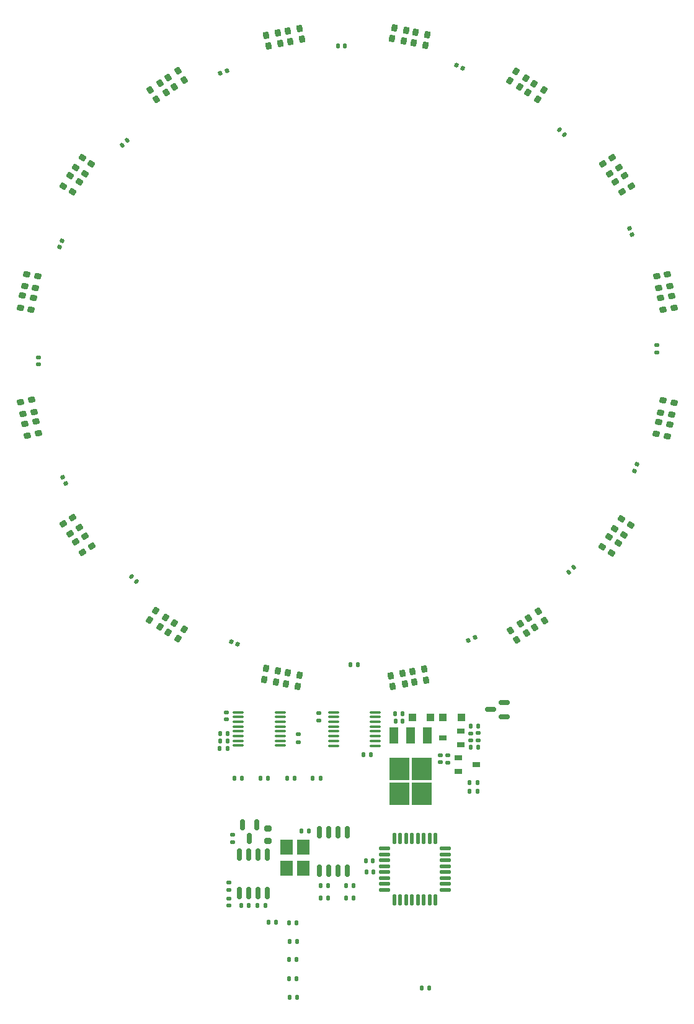
<source format=gbr>
%TF.GenerationSoftware,KiCad,Pcbnew,(6.0.11)*%
%TF.CreationDate,2024-02-10T16:44:09+09:00*%
%TF.ProjectId,IR,49522e6b-6963-4616-945f-706362585858,rev?*%
%TF.SameCoordinates,Original*%
%TF.FileFunction,Paste,Bot*%
%TF.FilePolarity,Positive*%
%FSLAX46Y46*%
G04 Gerber Fmt 4.6, Leading zero omitted, Abs format (unit mm)*
G04 Created by KiCad (PCBNEW (6.0.11)) date 2024-02-10 16:44:09*
%MOMM*%
%LPD*%
G01*
G04 APERTURE LIST*
G04 Aperture macros list*
%AMRoundRect*
0 Rectangle with rounded corners*
0 $1 Rounding radius*
0 $2 $3 $4 $5 $6 $7 $8 $9 X,Y pos of 4 corners*
0 Add a 4 corners polygon primitive as box body*
4,1,4,$2,$3,$4,$5,$6,$7,$8,$9,$2,$3,0*
0 Add four circle primitives for the rounded corners*
1,1,$1+$1,$2,$3*
1,1,$1+$1,$4,$5*
1,1,$1+$1,$6,$7*
1,1,$1+$1,$8,$9*
0 Add four rect primitives between the rounded corners*
20,1,$1+$1,$2,$3,$4,$5,0*
20,1,$1+$1,$4,$5,$6,$7,0*
20,1,$1+$1,$6,$7,$8,$9,0*
20,1,$1+$1,$8,$9,$2,$3,0*%
G04 Aperture macros list end*
%ADD10RoundRect,0.140000X0.219203X0.021213X0.021213X0.219203X-0.219203X-0.021213X-0.021213X-0.219203X0*%
%ADD11RoundRect,0.140000X-0.064287X-0.210635X0.194399X-0.103484X0.064287X0.210635X-0.194399X0.103484X0*%
%ADD12RoundRect,0.200000X-0.319076X-0.117540X0.013512X-0.339768X0.319076X0.117540X-0.013512X0.339768X0*%
%ADD13RoundRect,0.140000X0.140000X0.170000X-0.140000X0.170000X-0.140000X-0.170000X0.140000X-0.170000X0*%
%ADD14RoundRect,0.200000X-0.117540X0.319076X-0.339768X-0.013512X0.117540X-0.319076X0.339768X0.013512X0*%
%ADD15RoundRect,0.200000X0.319076X0.117540X-0.013512X0.339768X-0.319076X-0.117540X0.013512X-0.339768X0*%
%ADD16RoundRect,0.140000X-0.210635X0.064287X-0.103484X-0.194399X0.210635X-0.064287X0.103484X0.194399X0*%
%ADD17RoundRect,0.135000X-0.135000X-0.185000X0.135000X-0.185000X0.135000X0.185000X-0.135000X0.185000X0*%
%ADD18RoundRect,0.140000X-0.170000X0.140000X-0.170000X-0.140000X0.170000X-0.140000X0.170000X0.140000X0*%
%ADD19RoundRect,0.200000X-0.339768X0.013512X-0.117540X-0.319076X0.339768X-0.013512X0.117540X0.319076X0*%
%ADD20RoundRect,0.140000X0.194399X0.103484X-0.064287X0.210635X-0.194399X-0.103484X0.064287X-0.210635X0*%
%ADD21RoundRect,0.200000X0.339768X-0.013512X0.117540X0.319076X-0.339768X0.013512X-0.117540X-0.319076X0*%
%ADD22RoundRect,0.200000X0.249807X0.230698X-0.142507X0.308734X-0.249807X-0.230698X0.142507X-0.308734X0*%
%ADD23RoundRect,0.200000X0.013512X0.339768X-0.319076X0.117540X-0.013512X-0.339768X0.319076X-0.117540X0*%
%ADD24RoundRect,0.200000X-0.142507X-0.308734X0.249807X-0.230698X0.142507X0.308734X-0.249807X0.230698X0*%
%ADD25RoundRect,0.200000X0.230698X-0.249807X0.308734X0.142507X-0.230698X0.249807X-0.308734X-0.142507X0*%
%ADD26RoundRect,0.200000X-0.230698X0.249807X-0.308734X-0.142507X0.230698X-0.249807X0.308734X0.142507X0*%
%ADD27RoundRect,0.200000X0.117540X-0.319076X0.339768X0.013512X-0.117540X0.319076X-0.339768X-0.013512X0*%
%ADD28RoundRect,0.140000X-0.194399X-0.103484X0.064287X-0.210635X0.194399X0.103484X-0.064287X0.210635X0*%
%ADD29RoundRect,0.135000X0.185000X-0.135000X0.185000X0.135000X-0.185000X0.135000X-0.185000X-0.135000X0*%
%ADD30RoundRect,0.135000X0.135000X0.185000X-0.135000X0.185000X-0.135000X-0.185000X0.135000X-0.185000X0*%
%ADD31RoundRect,0.140000X0.103484X-0.194399X0.210635X0.064287X-0.103484X0.194399X-0.210635X-0.064287X0*%
%ADD32R,1.000000X0.700000*%
%ADD33RoundRect,0.200000X0.142507X0.308734X-0.249807X0.230698X-0.142507X-0.308734X0.249807X-0.230698X0*%
%ADD34RoundRect,0.140000X0.064287X0.210635X-0.194399X0.103484X-0.064287X-0.210635X0.194399X-0.103484X0*%
%ADD35R,1.000000X1.000000*%
%ADD36RoundRect,0.200000X-0.308734X0.142507X-0.230698X-0.249807X0.308734X-0.142507X0.230698X0.249807X0*%
%ADD37RoundRect,0.140000X0.210635X-0.064287X0.103484X0.194399X-0.210635X0.064287X-0.103484X-0.194399X0*%
%ADD38RoundRect,0.140000X0.170000X-0.140000X0.170000X0.140000X-0.170000X0.140000X-0.170000X-0.140000X0*%
%ADD39RoundRect,0.140000X-0.021213X0.219203X-0.219203X0.021213X0.021213X-0.219203X0.219203X-0.021213X0*%
%ADD40RoundRect,0.200000X0.308734X-0.142507X0.230698X0.249807X-0.308734X0.142507X-0.230698X-0.249807X0*%
%ADD41RoundRect,0.200000X-0.275000X0.200000X-0.275000X-0.200000X0.275000X-0.200000X0.275000X0.200000X0*%
%ADD42RoundRect,0.135000X-0.185000X0.135000X-0.185000X-0.135000X0.185000X-0.135000X0.185000X0.135000X0*%
%ADD43RoundRect,0.200000X-0.013512X-0.339768X0.319076X-0.117540X0.013512X0.339768X-0.319076X0.117540X0*%
%ADD44RoundRect,0.150000X-0.150000X0.675000X-0.150000X-0.675000X0.150000X-0.675000X0.150000X0.675000X0*%
%ADD45R,1.800000X2.100000*%
%ADD46RoundRect,0.100000X0.637500X0.100000X-0.637500X0.100000X-0.637500X-0.100000X0.637500X-0.100000X0*%
%ADD47RoundRect,0.140000X-0.219203X-0.021213X-0.021213X-0.219203X0.219203X0.021213X0.021213X0.219203X0*%
%ADD48RoundRect,0.140000X-0.140000X-0.170000X0.140000X-0.170000X0.140000X0.170000X-0.140000X0.170000X0*%
%ADD49RoundRect,0.150000X-0.150000X0.587500X-0.150000X-0.587500X0.150000X-0.587500X0.150000X0.587500X0*%
%ADD50RoundRect,0.200000X-0.249807X-0.230698X0.142507X-0.308734X0.249807X0.230698X-0.142507X0.308734X0*%
%ADD51RoundRect,0.140000X-0.103484X0.194399X-0.210635X-0.064287X0.103484X-0.194399X0.210635X0.064287X0*%
%ADD52RoundRect,0.125000X-0.625000X-0.125000X0.625000X-0.125000X0.625000X0.125000X-0.625000X0.125000X0*%
%ADD53RoundRect,0.125000X-0.125000X-0.625000X0.125000X-0.625000X0.125000X0.625000X-0.125000X0.625000X0*%
%ADD54R,2.750000X3.050000*%
%ADD55R,1.200000X2.200000*%
%ADD56RoundRect,0.140000X0.021213X-0.219203X0.219203X-0.021213X-0.021213X0.219203X-0.219203X0.021213X0*%
%ADD57RoundRect,0.150000X0.587500X0.150000X-0.587500X0.150000X-0.587500X-0.150000X0.587500X-0.150000X0*%
G04 APERTURE END LIST*
D10*
%TO.C,C21*%
X108659411Y-110109410D03*
X107980589Y-109430588D03*
%TD*%
D11*
%TO.C,C16*%
X120126538Y-40813687D03*
X121013462Y-40446311D03*
%TD*%
D12*
%TO.C,R57*%
X162944038Y-42201654D03*
X164315962Y-43118344D03*
%TD*%
D13*
%TO.C,C25*%
X140960000Y-148209999D03*
X140000000Y-148209999D03*
%TD*%
D14*
%TO.C,R41*%
X174458345Y-104904037D03*
X173541655Y-106275961D03*
%TD*%
D15*
%TO.C,R89*%
X111871552Y-116291634D03*
X110499628Y-115374944D03*
%TD*%
D16*
%TO.C,C10*%
X175956312Y-61936537D03*
X176323688Y-62823461D03*
%TD*%
D17*
%TO.C,R104*%
X120080000Y-131879999D03*
X121100000Y-131879999D03*
%TD*%
%TO.C,R12*%
X133820001Y-153359999D03*
X134840001Y-153359999D03*
%TD*%
D18*
%TO.C,C31*%
X120960000Y-128015999D03*
X120960000Y-128975999D03*
%TD*%
D19*
%TO.C,R60*%
X174061655Y-55614037D03*
X174978345Y-56985961D03*
%TD*%
D20*
%TO.C,C22*%
X122503462Y-118713687D03*
X121616538Y-118346311D03*
%TD*%
D21*
%TO.C,R68*%
X173308711Y-54505329D03*
X172392021Y-53133405D03*
%TD*%
D22*
%TO.C,R70*%
X145191313Y-36401277D03*
X143573017Y-36079377D03*
%TD*%
D23*
%TO.C,R40*%
X161915962Y-117151654D03*
X160544038Y-118068344D03*
%TD*%
D18*
%TO.C,C29*%
X121295000Y-153379999D03*
X121295000Y-154339999D03*
%TD*%
D17*
%TO.C,R8*%
X154290000Y-129849999D03*
X155310000Y-129849999D03*
%TD*%
D14*
%TO.C,R45*%
X173218345Y-104064037D03*
X172301655Y-105435961D03*
%TD*%
D24*
%TO.C,R47*%
X146620852Y-123890949D03*
X148239148Y-123569049D03*
%TD*%
D25*
%TO.C,R78*%
X94899050Y-70129147D03*
X95220950Y-68510851D03*
%TD*%
D12*
%TO.C,R61*%
X162120034Y-43449174D03*
X163491958Y-44365864D03*
%TD*%
D26*
%TO.C,R42*%
X181460950Y-88690851D03*
X181139050Y-90309147D03*
%TD*%
D12*
%TO.C,R101*%
X113814038Y-115781654D03*
X115185962Y-116698344D03*
%TD*%
D27*
%TO.C,R73*%
X100368365Y-53671552D03*
X101285055Y-52299628D03*
%TD*%
D28*
%TO.C,C12*%
X152370000Y-39739999D03*
X153256924Y-40107375D03*
%TD*%
D29*
%TO.C,R38*%
X121300000Y-152259999D03*
X121300000Y-151239999D03*
%TD*%
D30*
%TO.C,R10*%
X127750000Y-156649999D03*
X126730000Y-156649999D03*
%TD*%
D31*
%TO.C,C18*%
X98196312Y-64533461D03*
X98563688Y-63646537D03*
%TD*%
D17*
%TO.C,R109*%
X132770001Y-136939998D03*
X133790001Y-136939998D03*
%TD*%
D19*
%TO.C,R56*%
X175305933Y-54794459D03*
X176222623Y-56166383D03*
%TD*%
D29*
%TO.C,R35*%
X121820000Y-145694999D03*
X121820000Y-144674999D03*
%TD*%
D17*
%TO.C,R105*%
X120070000Y-132879999D03*
X121090000Y-132879999D03*
%TD*%
D32*
%TO.C,Q3*%
X152940000Y-130549999D03*
X152940000Y-132449999D03*
X150540000Y-131499999D03*
%TD*%
D22*
%TO.C,R66*%
X145499148Y-34920949D03*
X143880852Y-34599049D03*
%TD*%
D15*
%TO.C,R65*%
X161840000Y-41449999D03*
X160468076Y-40533309D03*
%TD*%
D17*
%TO.C,R17*%
X144020000Y-128159999D03*
X145040000Y-128159999D03*
%TD*%
D33*
%TO.C,R79*%
X128019148Y-35276345D03*
X126400852Y-35598245D03*
%TD*%
D34*
%TO.C,C4*%
X154883462Y-117796311D03*
X153996538Y-118163687D03*
%TD*%
D35*
%TO.C,D1*%
X150520000Y-128704999D03*
X153020000Y-128704999D03*
%TD*%
D17*
%TO.C,R9*%
X129560000Y-166859999D03*
X130580000Y-166859999D03*
%TD*%
D23*
%TO.C,R44*%
X161085962Y-115891654D03*
X159714038Y-116808344D03*
%TD*%
D36*
%TO.C,R95*%
X93479050Y-88640851D03*
X93800950Y-90259147D03*
%TD*%
D37*
%TO.C,C20*%
X99003688Y-96803461D03*
X98636312Y-95916537D03*
%TD*%
D38*
%TO.C,C1*%
X154350000Y-131829999D03*
X154350000Y-130869999D03*
%TD*%
D39*
%TO.C,C5*%
X168399411Y-108200588D03*
X167720589Y-108879410D03*
%TD*%
D40*
%TO.C,R87*%
X93215680Y-87316790D03*
X92893780Y-85698494D03*
%TD*%
D41*
%TO.C,R34*%
X126620000Y-143859999D03*
X126620000Y-145509999D03*
%TD*%
D25*
%TO.C,R54*%
X180259496Y-87072475D03*
X180581396Y-85454179D03*
%TD*%
D17*
%TO.C,R106*%
X122080000Y-136949999D03*
X123100000Y-136949999D03*
%TD*%
D26*
%TO.C,R82*%
X93145679Y-71143204D03*
X92823779Y-72761500D03*
%TD*%
D25*
%TO.C,R74*%
X93409050Y-69819147D03*
X93730950Y-68200851D03*
%TD*%
D26*
%TO.C,R46*%
X179980950Y-88390851D03*
X179659050Y-90009147D03*
%TD*%
D17*
%TO.C,R15*%
X133810000Y-151609999D03*
X134830000Y-151609999D03*
%TD*%
D35*
%TO.C,D2*%
X148840000Y-128679999D03*
X146340000Y-128679999D03*
%TD*%
D42*
%TO.C,R11*%
X151180001Y-133819996D03*
X151180001Y-134839996D03*
%TD*%
D19*
%TO.C,R100*%
X101631655Y-103934037D03*
X102548345Y-105305961D03*
%TD*%
D32*
%TO.C,Q1*%
X152650000Y-136089999D03*
X152650000Y-134189999D03*
X155050000Y-135139999D03*
%TD*%
D17*
%TO.C,R1*%
X154300000Y-132779999D03*
X155320000Y-132779999D03*
%TD*%
D13*
%TO.C,C8*%
X145010000Y-129170000D03*
X144050000Y-129170000D03*
%TD*%
D30*
%TO.C,R13*%
X138330000Y-151609999D03*
X137310000Y-151609999D03*
%TD*%
D18*
%TO.C,C30*%
X133570000Y-128119999D03*
X133570000Y-129079999D03*
%TD*%
D43*
%TO.C,R52*%
X162192160Y-115138344D03*
X163564084Y-114221654D03*
%TD*%
D17*
%TO.C,R3*%
X129560000Y-159239999D03*
X130580000Y-159239999D03*
%TD*%
%TO.C,R2*%
X129535000Y-156689999D03*
X130555000Y-156689999D03*
%TD*%
D44*
%TO.C,U22*%
X133645000Y-144324999D03*
X134915000Y-144324999D03*
X136185000Y-144324999D03*
X137455000Y-144324999D03*
X137455000Y-149574999D03*
X136185000Y-149574999D03*
X134915000Y-149574999D03*
X133645000Y-149574999D03*
%TD*%
D15*
%TO.C,R69*%
X160997548Y-42699153D03*
X159625624Y-41782463D03*
%TD*%
D13*
%TO.C,C26*%
X141020000Y-149789999D03*
X140060000Y-149789999D03*
%TD*%
D18*
%TO.C,C9*%
X179700000Y-77919999D03*
X179700000Y-78879999D03*
%TD*%
D43*
%TO.C,R76*%
X113849049Y-42667034D03*
X115220973Y-41750344D03*
%TD*%
D15*
%TO.C,R93*%
X112691552Y-115031632D03*
X111319628Y-114114942D03*
%TD*%
D30*
%TO.C,R6*%
X148675000Y-165589999D03*
X147655000Y-165589999D03*
%TD*%
D45*
%TO.C,Y1*%
X131490000Y-146339999D03*
X131490000Y-149239999D03*
X129190000Y-149239999D03*
X129190000Y-146339999D03*
%TD*%
D46*
%TO.C,U19*%
X128322500Y-127970999D03*
X128322500Y-128620999D03*
X128322500Y-129270999D03*
X128322500Y-129920999D03*
X128322500Y-130570999D03*
X128322500Y-131220999D03*
X128322500Y-131870999D03*
X128322500Y-132520999D03*
X122597500Y-132520999D03*
X122597500Y-131870999D03*
X122597500Y-131220999D03*
X122597500Y-130570999D03*
X122597500Y-129920999D03*
X122597500Y-129270999D03*
X122597500Y-128620999D03*
X122597500Y-127970999D03*
%TD*%
D47*
%TO.C,C11*%
X166400589Y-48510588D03*
X167079411Y-49189410D03*
%TD*%
D14*
%TO.C,R81*%
X99618345Y-54794037D03*
X98701655Y-56165961D03*
%TD*%
D36*
%TO.C,R59*%
X180269050Y-71460851D03*
X180590950Y-73079147D03*
%TD*%
D43*
%TO.C,R48*%
X163024038Y-116398344D03*
X164395962Y-115481654D03*
%TD*%
D26*
%TO.C,R86*%
X94635678Y-71453207D03*
X94313778Y-73071503D03*
%TD*%
D48*
%TO.C,C15*%
X136200000Y-37089999D03*
X137160000Y-37089999D03*
%TD*%
D30*
%TO.C,R14*%
X138320000Y-153359999D03*
X137300000Y-153359999D03*
%TD*%
D17*
%TO.C,R7*%
X129540000Y-164329999D03*
X130560000Y-164329999D03*
%TD*%
D23*
%TO.C,R84*%
X112726561Y-43417054D03*
X111354637Y-44333744D03*
%TD*%
D18*
%TO.C,C7*%
X150180000Y-133849999D03*
X150180000Y-134809999D03*
%TD*%
D40*
%TO.C,R67*%
X180002474Y-70131540D03*
X179680574Y-68513244D03*
%TD*%
D12*
%TO.C,R97*%
X112994038Y-117041654D03*
X114365962Y-117958344D03*
%TD*%
D46*
%TO.C,U18*%
X141302500Y-127984999D03*
X141302500Y-128634999D03*
X141302500Y-129284999D03*
X141302500Y-129934999D03*
X141302500Y-130584999D03*
X141302500Y-131234999D03*
X141302500Y-131884999D03*
X141302500Y-132534999D03*
X135577500Y-132534999D03*
X135577500Y-131884999D03*
X135577500Y-131234999D03*
X135577500Y-130584999D03*
X135577500Y-129934999D03*
X135577500Y-129284999D03*
X135577500Y-128634999D03*
X135577500Y-127984999D03*
%TD*%
D19*
%TO.C,R96*%
X100401655Y-104754037D03*
X101318345Y-106125961D03*
%TD*%
D14*
%TO.C,R85*%
X100868345Y-55624037D03*
X99951655Y-56995961D03*
%TD*%
D30*
%TO.C,R32*%
X140710000Y-133779999D03*
X139690000Y-133779999D03*
%TD*%
D49*
%TO.C,Q12*%
X123170000Y-143297499D03*
X125070000Y-143297499D03*
X124120000Y-145172499D03*
%TD*%
D24*
%TO.C,R75*%
X129650852Y-36470949D03*
X131269148Y-36149049D03*
%TD*%
D38*
%TO.C,C19*%
X95310000Y-80519999D03*
X95310000Y-79559999D03*
%TD*%
D22*
%TO.C,R90*%
X127724436Y-123830407D03*
X126106140Y-123508507D03*
%TD*%
D50*
%TO.C,R98*%
X129048496Y-124093777D03*
X130666792Y-124415677D03*
%TD*%
D51*
%TO.C,C6*%
X177013688Y-94176537D03*
X176646312Y-95063461D03*
%TD*%
D52*
%TO.C,U20*%
X142535000Y-152179999D03*
X142535000Y-151379999D03*
X142535000Y-150579999D03*
X142535000Y-149779999D03*
X142535000Y-148979999D03*
X142535000Y-148179999D03*
X142535000Y-147379999D03*
X142535000Y-146579999D03*
D53*
X143910000Y-145204999D03*
X144710000Y-145204999D03*
X145510000Y-145204999D03*
X146310000Y-145204999D03*
X147110000Y-145204999D03*
X147910000Y-145204999D03*
X148710000Y-145204999D03*
X149510000Y-145204999D03*
D52*
X150885000Y-146579999D03*
X150885000Y-147379999D03*
X150885000Y-148179999D03*
X150885000Y-148979999D03*
X150885000Y-149779999D03*
X150885000Y-150579999D03*
X150885000Y-151379999D03*
X150885000Y-152179999D03*
D53*
X149510000Y-153554999D03*
X148710000Y-153554999D03*
X147910000Y-153554999D03*
X147110000Y-153554999D03*
X146310000Y-153554999D03*
X145510000Y-153554999D03*
X144710000Y-153554999D03*
X143910000Y-153554999D03*
%TD*%
D29*
%TO.C,R4*%
X155375000Y-131834999D03*
X155375000Y-130814999D03*
%TD*%
D30*
%TO.C,R37*%
X123980000Y-154360000D03*
X122960000Y-154360000D03*
%TD*%
D50*
%TO.C,R58*%
X146811704Y-35198099D03*
X148430000Y-35519999D03*
%TD*%
D22*
%TO.C,R94*%
X128016792Y-122335677D03*
X126398496Y-122013777D03*
%TD*%
D13*
%TO.C,C3*%
X138890000Y-121499999D03*
X137930000Y-121499999D03*
%TD*%
%TO.C,C23*%
X132200000Y-144199999D03*
X131240000Y-144199999D03*
%TD*%
D30*
%TO.C,R31*%
X155210000Y-138719999D03*
X154190000Y-138719999D03*
%TD*%
D27*
%TO.C,R77*%
X101618368Y-54501553D03*
X102535058Y-53129629D03*
%TD*%
D21*
%TO.C,R88*%
X99651635Y-103631552D03*
X98734945Y-102259628D03*
%TD*%
D54*
%TO.C,U5*%
X147645000Y-139084999D03*
X144595000Y-139084999D03*
X144595000Y-135734999D03*
X147645000Y-135734999D03*
D55*
X143840000Y-131109999D03*
X146120000Y-131109999D03*
X148400000Y-131109999D03*
%TD*%
D23*
%TO.C,R80*%
X111891551Y-42158363D03*
X110519627Y-43075053D03*
%TD*%
D36*
%TO.C,R99*%
X94964318Y-88313208D03*
X95286218Y-89931504D03*
%TD*%
D50*
%TO.C,R62*%
X146520852Y-36669049D03*
X148139148Y-36990949D03*
%TD*%
D24*
%TO.C,R51*%
X146360852Y-122430949D03*
X147979148Y-122109049D03*
%TD*%
%TO.C,R71*%
X129352967Y-35012977D03*
X130971263Y-34691077D03*
%TD*%
D21*
%TO.C,R92*%
X100881634Y-102811550D03*
X99964944Y-101439626D03*
%TD*%
D25*
%TO.C,R50*%
X181729050Y-87369147D03*
X182050950Y-85750851D03*
%TD*%
D40*
%TO.C,R91*%
X94700950Y-86989147D03*
X94379050Y-85370851D03*
%TD*%
D56*
%TO.C,C17*%
X106700589Y-50589410D03*
X107379411Y-49910588D03*
%TD*%
D33*
%TO.C,R43*%
X145019148Y-122679049D03*
X143400852Y-123000949D03*
%TD*%
D17*
%TO.C,R103*%
X120090000Y-130879999D03*
X121110000Y-130879999D03*
%TD*%
D36*
%TO.C,R55*%
X181738100Y-71161703D03*
X182060000Y-72779999D03*
%TD*%
D43*
%TO.C,R72*%
X113014038Y-41408344D03*
X114385962Y-40491654D03*
%TD*%
D30*
%TO.C,R28*%
X155210000Y-137549999D03*
X154190000Y-137549999D03*
%TD*%
%TO.C,R36*%
X126254999Y-154334998D03*
X125234999Y-154334998D03*
%TD*%
D33*
%TO.C,R83*%
X128326552Y-36744319D03*
X126708256Y-37066219D03*
%TD*%
%TO.C,R39*%
X145309148Y-124139049D03*
X143690852Y-124460949D03*
%TD*%
D40*
%TO.C,R63*%
X181470950Y-69839147D03*
X181149050Y-68220851D03*
%TD*%
D21*
%TO.C,R64*%
X174560000Y-53679999D03*
X173643310Y-52308075D03*
%TD*%
D27*
%TO.C,R53*%
X173951655Y-102965961D03*
X174868345Y-101594037D03*
%TD*%
D17*
%TO.C,R108*%
X129220001Y-136939998D03*
X130240001Y-136939998D03*
%TD*%
D50*
%TO.C,R102*%
X129340852Y-122599049D03*
X130959148Y-122920949D03*
%TD*%
D27*
%TO.C,R49*%
X175211655Y-103785961D03*
X176128345Y-102414037D03*
%TD*%
D29*
%TO.C,R33*%
X130820000Y-132029999D03*
X130820000Y-131009999D03*
%TD*%
D57*
%TO.C,Q2*%
X158907500Y-126659999D03*
X158907500Y-128559999D03*
X157032500Y-127609999D03*
%TD*%
D44*
%TO.C,U21*%
X122714999Y-147434999D03*
X123984999Y-147434999D03*
X125254999Y-147434999D03*
X126524999Y-147434999D03*
X126524999Y-152684999D03*
X125254999Y-152684999D03*
X123984999Y-152684999D03*
X122714999Y-152684999D03*
%TD*%
D17*
%TO.C,R5*%
X129540000Y-161699999D03*
X130560000Y-161699999D03*
%TD*%
%TO.C,R107*%
X125640000Y-136939999D03*
X126660000Y-136939999D03*
%TD*%
M02*

</source>
